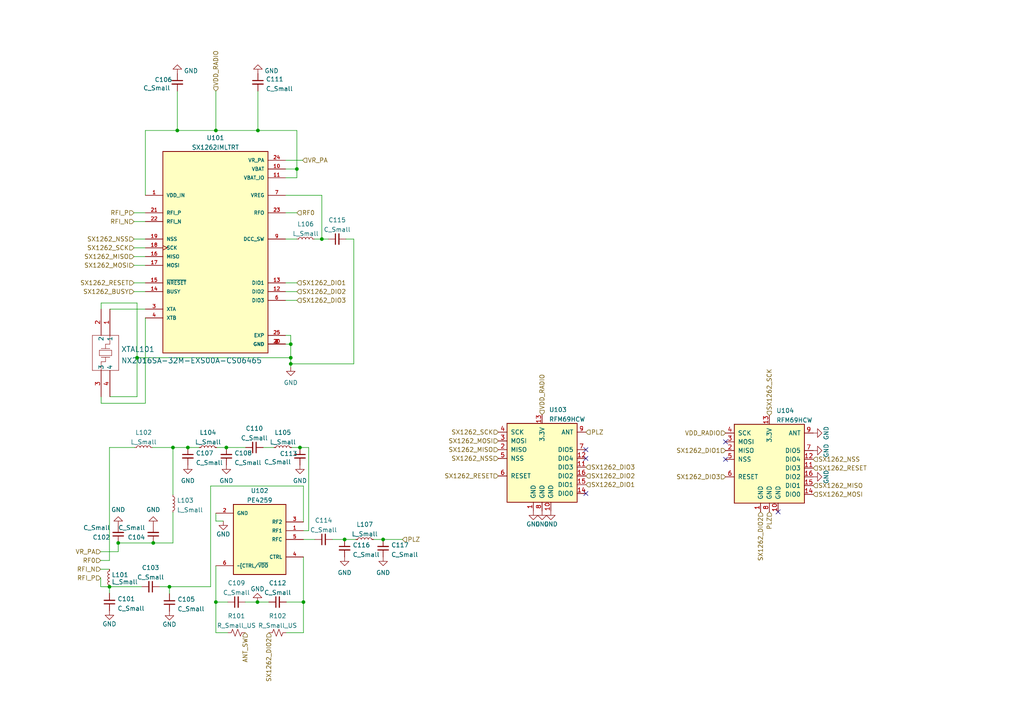
<source format=kicad_sch>
(kicad_sch (version 20211123) (generator eeschema)
  (paper "A4")
  (lib_symbols
    (symbol "Device:C_Small" (pin_numbers hide) (pin_names (offset 0.254) hide)
      (property "Reference" "C" (at 0.254 1.778 0))
      (property "Value" "C_Small" (at 0.254 -2.032 0))
      (symbol "C_Small_0_1"
        (polyline (pts (xy -1.524 -0.508) (xy 1.524 -0.508)) (stroke (width 0.3302)))
        (polyline (pts (xy -1.524 0.508) (xy 1.524 0.508)) (stroke (width 0.3048)))
      )
      (symbol "C_Small_1_1"
        (pin passive line (at 0 2.54 270) (length 2.032) (name "~") (number "1"))
        (pin passive line (at 0 -2.54 90) (length 2.032) (name "~") (number "2"))
      )
    )
    (symbol "Device:L_Small" (pin_numbers hide) (pin_names (offset 0.254) hide)
      (property "Reference" "L" (at 0.762 1.016 0))
      (property "Value" "L_Small" (at 0.762 -1.016 0))
      (symbol "L_Small_0_1"
        (arc (start 0 -2.032) (mid 0.508 -1.524) (end 0 -1.016))
        (arc (start 0 -1.016) (mid 0.508 -0.508) (end 0 0))
        (arc (start 0 0) (mid 0.508 0.508) (end 0 1.016))
        (arc (start 0 1.016) (mid 0.508 1.524) (end 0 2.032))
      )
      (symbol "L_Small_1_1"
        (pin passive line (at 0 2.54 270) (length 0.508) (name "~") (number "1"))
        (pin passive line (at 0 -2.54 90) (length 0.508) (name "~") (number "2"))
      )
    )
    (symbol "Device:R_Small_US" (pin_numbers hide) (pin_names (offset 0.254) hide)
      (property "Reference" "R" (at 0.762 0.508 0))
      (property "Value" "R_Small_US" (at 0.762 -1.016 0))
      (symbol "R_Small_US_1_1"
        (polyline (pts (xy 0 0) (xy 1.016 -0.381) (xy 0 -0.762) (xy -1.016 -1.143) (xy 0 -1.524)))
        (polyline (pts (xy 0 1.524) (xy 1.016 1.143) (xy 0 0.762) (xy -1.016 0.381) (xy 0 0)))
        (pin passive line (at 0 2.54 270) (length 1.016) (name "~") (number "1"))
        (pin passive line (at 0 -2.54 90) (length 1.016) (name "~") (number "2"))
      )
    )
    (symbol "EXS00A-CS06465:NX2016SA-32M-EXS00A-CS06465" (pin_names (offset 0.254))
      (property "Reference" "XTAL" (at 12.7 7.62 0))
      (property "Value" "NX2016SA-32M-EXS00A-CS06465" (at 12.7 5.08 0))
      (symbol "NX2016SA-32M-EXS00A-CS06465_0_1"
        (polyline (pts (xy 7.62 -5.08) (xy 17.78 -5.08)) (stroke (width 0.127)))
        (polyline (pts (xy 7.62 2.54) (xy 7.62 -5.08)) (stroke (width 0.127)))
        (polyline (pts (xy 10.16 -1.27) (xy 10.16 0)) (stroke (width 0.127)))
        (polyline (pts (xy 10.16 0) (xy 7.62 0)) (stroke (width 0.127)))
        (polyline (pts (xy 11.43 -1.27) (xy 10.16 -1.27)) (stroke (width 0.127)))
        (polyline (pts (xy 11.43 0) (xy 11.43 -2.54)) (stroke (width 0.127)))
        (polyline (pts (xy 11.938 -3.048) (xy 13.462 -3.048)) (stroke (width 0.127)))
        (polyline (pts (xy 11.938 0.508) (xy 11.938 -3.048)) (stroke (width 0.127)))
        (polyline (pts (xy 13.462 -3.048) (xy 13.462 0.508)) (stroke (width 0.127)))
        (polyline (pts (xy 13.462 0.508) (xy 11.938 0.508)) (stroke (width 0.127)))
        (polyline (pts (xy 13.97 -1.27) (xy 15.24 -1.27)) (stroke (width 0.127)))
        (polyline (pts (xy 13.97 0) (xy 13.97 -2.54)) (stroke (width 0.127)))
        (polyline (pts (xy 15.24 -2.54) (xy 17.78 -2.54)) (stroke (width 0.127)))
        (polyline (pts (xy 15.24 -1.27) (xy 15.24 -2.54)) (stroke (width 0.127)))
        (polyline (pts (xy 17.78 -5.08) (xy 17.78 2.54)) (stroke (width 0.127)))
        (polyline (pts (xy 17.78 2.54) (xy 7.62 2.54)) (stroke (width 0.127)))
        (pin unspecified line (at 0 0 0) (length 7.62) (name "1") (number "1"))
        (pin unspecified line (at 0 -2.54 0) (length 7.62) (name "2") (number "2"))
        (pin unspecified line (at 25.4 -2.54 180) (length 7.62) (name "3") (number "3"))
        (pin unspecified line (at 25.4 0 180) (length 7.62) (name "4") (number "4"))
      )
    )
    (symbol "PE4259:PE4259" (pin_names (offset 1.016))
      (property "Reference" "U" (at -7.6219 10.1625 0))
      (property "Value" "PE4259" (at -7.6217 -12.7029 0))
      (symbol "PE4259_0_0"
        (rectangle (start -7.62 -10.16) (end 7.62 10.16) (stroke (width 0.254)) (fill (type background)))
        (pin passive line (at -12.7 -2.54 0) (length 5.08) (name "RF1") (number "1"))
        (pin power_in line (at 12.7 -7.62 180) (length 5.08) (name "GND") (number "2"))
        (pin passive line (at -12.7 -5.08 0) (length 5.08) (name "RF2") (number "3"))
        (pin input line (at -12.7 5.08 0) (length 5.08) (name "CTRL") (number "4"))
        (pin passive line (at -12.7 0 0) (length 5.08) (name "RFC") (number "5"))
        (pin power_in line (at 12.7 7.62 180) (length 5.08) (name "~{CTRL/~{VDD}") (number "6"))
      )
    )
    (symbol "RF_Module:RFM69HCW" (pin_names (offset 1.016))
      (property "Reference" "U" (at -10.414 11.684 0))
      (property "Value" "RFM69HCW" (at 1.524 11.43 0))
      (symbol "RFM69HCW_0_1"
        (rectangle (start -10.16 10.16) (end 10.16 -12.7) (stroke (width 0.254)) (fill (type background)))
      )
      (symbol "RFM69HCW_1_1"
        (pin power_in line (at -2.54 -15.24 90) (length 2.54) (name "GND") (number "1"))
        (pin power_in line (at 2.54 -15.24 90) (length 2.54) (name "GND") (number "10"))
        (pin bidirectional line (at 12.7 -2.54 180) (length 2.54) (name "DIO3") (number "11"))
        (pin bidirectional line (at 12.7 0 180) (length 2.54) (name "DIO4") (number "12"))
        (pin power_in line (at 0 12.7 270) (length 2.54) (name "3.3V") (number "13"))
        (pin bidirectional line (at 12.7 -10.16 180) (length 2.54) (name "DIO0") (number "14"))
        (pin bidirectional line (at 12.7 -7.62 180) (length 2.54) (name "DIO1") (number "15"))
        (pin bidirectional line (at 12.7 -5.08 180) (length 2.54) (name "DIO2") (number "16"))
        (pin output line (at -12.7 2.54 0) (length 2.54) (name "MISO") (number "2"))
        (pin input line (at -12.7 5.08 0) (length 2.54) (name "MOSI") (number "3"))
        (pin input line (at -12.7 7.62 0) (length 2.54) (name "SCK") (number "4"))
        (pin input line (at -12.7 0 0) (length 2.54) (name "NSS") (number "5"))
        (pin bidirectional line (at -12.7 -5.08 0) (length 2.54) (name "RESET") (number "6"))
        (pin bidirectional line (at 12.7 2.54 180) (length 2.54) (name "DIO5") (number "7"))
        (pin power_in line (at 0 -15.24 90) (length 2.54) (name "GND") (number "8"))
        (pin bidirectional line (at 12.7 7.62 180) (length 2.54) (name "ANT") (number "9"))
      )
    )
    (symbol "SX1262IMLTRT:SX1262IMLTRT" (pin_names (offset 1.016))
      (property "Reference" "U" (at -15.24 28.702 0))
      (property "Value" "SX1262IMLTRT" (at -15.24 -33.02 0))
      (symbol "SX1262IMLTRT_0_0"
        (rectangle (start -15.24 -30.48) (end 15.24 27.94) (stroke (width 0.254)) (fill (type background)))
        (pin input line (at -20.32 15.24 0) (length 5.08) (name "VDD_IN") (number "1"))
        (pin power_in line (at 20.32 22.86 180) (length 5.08) (name "VBAT") (number "10"))
        (pin power_in line (at 20.32 20.32 180) (length 5.08) (name "VBAT_IO") (number "11"))
        (pin bidirectional line (at 20.32 -12.7 180) (length 5.08) (name "DIO2") (number "12"))
        (pin bidirectional line (at 20.32 -10.16 180) (length 5.08) (name "DIO1") (number "13"))
        (pin bidirectional line (at -20.32 -12.7 0) (length 5.08) (name "BUSY") (number "14"))
        (pin bidirectional line (at -20.32 -10.16 0) (length 5.08) (name "~{NRESET}") (number "15"))
        (pin output line (at -20.32 -2.54 0) (length 5.08) (name "MISO") (number "16"))
        (pin input line (at -20.32 -5.08 0) (length 5.08) (name "MOSI") (number "17"))
        (pin input clock (at -20.32 0 0) (length 5.08) (name "SCK") (number "18"))
        (pin input line (at -20.32 2.54 0) (length 5.08) (name "NSS") (number "19"))
        (pin power_in line (at 20.32 -27.94 180) (length 5.08) (name "GND") (number "2"))
        (pin power_in line (at 20.32 -27.94 180) (length 5.08) (name "GND") (number "20"))
        (pin input line (at -20.32 10.16 0) (length 5.08) (name "RFI_P") (number "21"))
        (pin input line (at -20.32 7.62 0) (length 5.08) (name "RFI_N") (number "22"))
        (pin output line (at 20.32 10.16 180) (length 5.08) (name "RFO") (number "23"))
        (pin power_in line (at 20.32 25.4 180) (length 5.08) (name "VR_PA") (number "24"))
        (pin power_in line (at 20.32 -25.4 180) (length 5.08) (name "EXP") (number "25"))
        (pin bidirectional line (at -20.32 -17.78 0) (length 5.08) (name "XTA") (number "3"))
        (pin bidirectional line (at -20.32 -20.32 0) (length 5.08) (name "XTB") (number "4"))
        (pin power_in line (at 20.32 -27.94 180) (length 5.08) (name "GND") (number "5"))
        (pin bidirectional line (at 20.32 -15.24 180) (length 5.08) (name "DIO3") (number "6"))
        (pin output line (at 20.32 15.24 180) (length 5.08) (name "VREG") (number "7"))
        (pin power_in line (at 20.32 -27.94 180) (length 5.08) (name "GND") (number "8"))
        (pin output line (at 20.32 2.54 180) (length 5.08) (name "DCC_SW") (number "9"))
      )
    )
    (symbol "power:GND" (power) (pin_names (offset 0))
      (property "Value" "GND" (at 0 -3.81 0))
      (symbol "GND_0_1"
        (polyline (pts (xy 0 0) (xy 0 -1.27) (xy 1.27 -1.27) (xy 0 -2.54) (xy -1.27 -1.27) (xy 0 -1.27)))
      )
      (symbol "GND_1_1"
        (pin power_in line (at 0 0 270) (length 0) hide (name "GND") (number "1"))
      )
    )
  )
  (junction (at 62.611 174.625))
  (junction (at 49.149 170.18))
  (junction (at 99.949 156.464))
  (junction (at 88.011 174.625))
  (junction (at 86.106 49.022))
  (junction (at 54.483 129.794))
  (junction (at 111.125 156.464))
  (junction (at 93.345 69.342))
  (junction (at 51.435 37.846))
  (junction (at 34.29 157.48))
  (junction (at 62.611 37.846))
  (junction (at 31.75 170.18))
  (junction (at 74.803 37.846))
  (junction (at 44.45 157.48))
  (junction (at 39.751 103.759))
  (junction (at 86.995 129.794))
  (junction (at 74.676 174.625))
  (junction (at 65.659 129.794))
  (junction (at 84.328 105.537))
  (junction (at 50.165 129.794))
  (junction (at 84.328 103.759))
  (junction (at 84.328 99.822))
  (no_connect (at 169.926 132.969))
  (no_connect (at 169.926 130.429))
  (no_connect (at 210.439 128.143))
  (no_connect (at 169.926 143.129))
  (no_connect (at 225.679 148.463))
  (no_connect (at 210.439 133.223))
  (wire (pts (xy 38.862 76.962) (xy 42.164 76.962)))
  (wire (pts (xy 31.877 115.062) (xy 39.751 115.062)))
  (wire (pts (xy 29.21 165.1) (xy 31.75 165.1)))
  (wire (pts (xy 88.011 156.464) (xy 91.313 156.464)))
  (wire (pts (xy 82.804 46.482) (xy 87.757 46.482)))
  (wire (pts (xy 49.149 170.18) (xy 49.149 172.212)))
  (wire (pts (xy 82.804 51.562) (xy 86.106 51.562)))
  (wire (pts (xy 96.393 156.464) (xy 99.949 156.464)))
  (wire (pts (xy 62.611 174.625) (xy 62.611 183.515)))
  (wire (pts (xy 29.21 160.02) (xy 34.29 160.02)))
  (wire (pts (xy 100.33 69.342) (xy 102.616 69.342)))
  (wire (pts (xy 82.804 69.342) (xy 86.106 69.342)))
  (wire (pts (xy 62.611 164.084) (xy 62.611 174.625)))
  (wire (pts (xy 31.75 170.18) (xy 31.75 172.085)))
  (wire (pts (xy 50.165 157.48) (xy 50.165 148.59)))
  (wire (pts (xy 86.106 61.722) (xy 82.804 61.722)))
  (wire (pts (xy 62.611 148.844) (xy 62.611 151.13)))
  (wire (pts (xy 82.804 56.642) (xy 93.345 56.642)))
  (wire (pts (xy 86.106 87.122) (xy 82.804 87.122)))
  (wire (pts (xy 31.877 89.662) (xy 42.164 89.662)))
  (wire (pts (xy 74.676 174.625) (xy 77.978 174.625)))
  (wire (pts (xy 38.862 64.262) (xy 42.164 64.262)))
  (wire (pts (xy 88.011 161.544) (xy 88.011 174.625)))
  (wire (pts (xy 89.535 129.794) (xy 89.535 153.924)))
  (wire (pts (xy 93.345 56.642) (xy 93.345 69.342)))
  (wire (pts (xy 62.865 129.794) (xy 65.659 129.794)))
  (wire (pts (xy 50.165 129.794) (xy 54.483 129.794)))
  (wire (pts (xy 29.337 89.662) (xy 29.337 87.884)))
  (wire (pts (xy 61.087 140.97) (xy 88.011 140.97)))
  (wire (pts (xy 39.751 103.759) (xy 39.751 115.062)))
  (wire (pts (xy 88.011 153.924) (xy 89.535 153.924)))
  (wire (pts (xy 91.186 69.342) (xy 93.345 69.342)))
  (wire (pts (xy 82.804 97.282) (xy 84.328 97.282)))
  (wire (pts (xy 44.45 157.48) (xy 50.165 157.48)))
  (wire (pts (xy 102.616 69.342) (xy 102.616 105.537)))
  (wire (pts (xy 74.803 26.416) (xy 74.803 37.846)))
  (wire (pts (xy 88.011 174.625) (xy 88.011 183.515)))
  (wire (pts (xy 84.328 97.282) (xy 84.328 99.822)))
  (wire (pts (xy 29.21 162.56) (xy 31.75 162.56)))
  (wire (pts (xy 74.803 37.846) (xy 86.106 37.846)))
  (wire (pts (xy 76.327 129.794) (xy 79.502 129.794)))
  (wire (pts (xy 49.149 170.18) (xy 61.087 170.18)))
  (wire (pts (xy 84.328 105.537) (xy 102.616 105.537)))
  (wire (pts (xy 62.611 37.846) (xy 74.803 37.846)))
  (wire (pts (xy 46.228 170.18) (xy 49.149 170.18)))
  (wire (pts (xy 38.862 71.882) (xy 42.164 71.882)))
  (wire (pts (xy 44.196 129.794) (xy 50.165 129.794)))
  (wire (pts (xy 84.582 129.794) (xy 86.995 129.794)))
  (wire (pts (xy 62.611 151.13) (xy 64.77 151.13)))
  (wire (pts (xy 38.862 84.582) (xy 42.164 84.582)))
  (wire (pts (xy 65.659 129.794) (xy 71.247 129.794)))
  (wire (pts (xy 29.21 167.64) (xy 29.21 170.18)))
  (wire (pts (xy 93.345 69.342) (xy 95.25 69.342)))
  (wire (pts (xy 86.106 49.022) (xy 86.106 51.562)))
  (wire (pts (xy 29.337 87.884) (xy 39.751 87.884)))
  (wire (pts (xy 34.29 157.48) (xy 44.45 157.48)))
  (wire (pts (xy 86.106 37.846) (xy 86.106 49.022)))
  (wire (pts (xy 62.611 174.625) (xy 66.04 174.625)))
  (wire (pts (xy 31.75 129.794) (xy 39.116 129.794)))
  (wire (pts (xy 84.328 103.759) (xy 84.328 105.537)))
  (wire (pts (xy 29.21 170.18) (xy 31.75 170.18)))
  (wire (pts (xy 34.29 160.02) (xy 34.29 157.48)))
  (wire (pts (xy 42.1639 116.967) (xy 42.1639 92.202)))
  (wire (pts (xy 42.1639 92.202) (xy 42.164 92.202)))
  (wire (pts (xy 50.165 129.794) (xy 50.165 143.51)))
  (wire (pts (xy 82.804 49.022) (xy 86.106 49.022)))
  (wire (pts (xy 42.164 56.642) (xy 42.164 37.846)))
  (wire (pts (xy 54.483 129.794) (xy 57.785 129.794)))
  (wire (pts (xy 38.862 82.042) (xy 42.164 82.042)))
  (wire (pts (xy 62.611 26.416) (xy 62.611 37.846)))
  (wire (pts (xy 82.804 99.822) (xy 84.328 99.822)))
  (wire (pts (xy 84.328 99.822) (xy 84.328 103.759)))
  (wire (pts (xy 29.337 115.062) (xy 29.337 116.967)))
  (wire (pts (xy 61.087 170.18) (xy 61.087 140.97)))
  (wire (pts (xy 51.435 26.416) (xy 51.435 37.846)))
  (wire (pts (xy 83.058 174.625) (xy 88.011 174.625)))
  (wire (pts (xy 38.862 61.722) (xy 42.164 61.722)))
  (wire (pts (xy 31.75 162.56) (xy 31.75 129.794)))
  (wire (pts (xy 71.12 174.625) (xy 74.676 174.625)))
  (wire (pts (xy 62.611 183.515) (xy 66.04 183.515)))
  (wire (pts (xy 86.995 129.794) (xy 89.535 129.794)))
  (wire (pts (xy 111.125 156.464) (xy 116.713 156.464)))
  (wire (pts (xy 99.949 156.464) (xy 103.251 156.464)))
  (wire (pts (xy 84.328 105.537) (xy 84.328 106.426)))
  (wire (pts (xy 86.106 82.042) (xy 82.804 82.042)))
  (wire (pts (xy 86.106 84.582) (xy 82.804 84.582)))
  (wire (pts (xy 38.862 69.342) (xy 42.164 69.342)))
  (wire (pts (xy 51.435 37.846) (xy 62.611 37.846)))
  (wire (pts (xy 108.331 156.464) (xy 111.125 156.464)))
  (wire (pts (xy 31.75 170.18) (xy 41.148 170.18)))
  (wire (pts (xy 84.328 103.759) (xy 39.751 103.759)))
  (wire (pts (xy 38.862 74.422) (xy 42.164 74.422)))
  (wire (pts (xy 39.751 87.884) (xy 39.751 103.759)))
  (wire (pts (xy 88.011 140.97) (xy 88.011 151.384)))
  (wire (pts (xy 29.337 116.967) (xy 42.1639 116.967)))
  (wire (pts (xy 88.011 183.515) (xy 83.058 183.515)))
  (wire (pts (xy 42.164 37.846) (xy 51.435 37.846)))
  (hierarchical_label "RFI_P" (shape input) (at 29.21 167.64 180))
  (hierarchical_label "VR_PA" (shape input) (at 87.757 46.482 0))
  (hierarchical_label "VDD_RADIO" (shape input) (at 157.226 120.269 90))
  (hierarchical_label "SX1262_NSS" (shape input) (at 144.526 132.969 180))
  (hierarchical_label "SX1262_MISO" (shape input) (at 38.862 74.422 180))
  (hierarchical_label "SX1262_RESET" (shape input) (at 144.526 138.049 180))
  (hierarchical_label "VR_PA" (shape input) (at 29.21 160.02 180))
  (hierarchical_label "SX1262_MOSI" (shape input) (at 38.862 76.962 180))
  (hierarchical_label "SX1262_DIO2" (shape input) (at 77.978 183.515 270))
  (hierarchical_label "SX1262_DIO1" (shape input) (at 169.926 140.589 0))
  (hierarchical_label "SX1262_SCK" (shape input) (at 38.862 71.882 180))
  (hierarchical_label "PLZ" (shape input) (at 169.926 125.349 0))
  (hierarchical_label "SX1262_NSS" (shape input) (at 235.839 133.223 0))
  (hierarchical_label "SX1262_DIO2" (shape input) (at 220.599 148.463 270))
  (hierarchical_label "SX1262_DIO2" (shape input) (at 169.926 138.049 0))
  (hierarchical_label "PLZ" (shape input) (at 223.139 148.463 270))
  (hierarchical_label "SX1262_RESET" (shape input) (at 235.839 135.763 0))
  (hierarchical_label "SX1262_MOSI" (shape input) (at 235.839 143.383 0))
  (hierarchical_label "SX1262_RESET" (shape input) (at 38.862 82.042 180))
  (hierarchical_label "RFI_N" (shape input) (at 29.21 165.1 180))
  (hierarchical_label "SX1262_SCK" (shape input) (at 144.526 125.349 180))
  (hierarchical_label "ANT_SW" (shape input) (at 71.12 183.515 270))
  (hierarchical_label "SX1262_BUSY" (shape input) (at 38.862 84.582 180))
  (hierarchical_label "SX1262_MOSI" (shape input) (at 144.526 127.889 180))
  (hierarchical_label "VDD_RADIO" (shape input) (at 210.439 125.603 180))
  (hierarchical_label "PLZ" (shape input) (at 116.713 156.464 0))
  (hierarchical_label "SX1262_SCK" (shape input) (at 223.139 120.523 90))
  (hierarchical_label "RF0" (shape input) (at 86.106 61.722 0))
  (hierarchical_label "SX1262_MISO" (shape input) (at 144.526 130.429 180))
  (hierarchical_label "SX1262_MISO" (shape input) (at 235.839 140.843 0))
  (hierarchical_label "SX1262_DIO1" (shape input) (at 86.106 82.042 0))
  (hierarchical_label "SX1262_DIO3" (shape input) (at 169.926 135.509 0))
  (hierarchical_label "RFI_N" (shape input) (at 38.862 64.262 180))
  (hierarchical_label "SX1262_NSS" (shape input) (at 38.862 69.342 180))
  (hierarchical_label "VDD_RADIO" (shape input) (at 62.611 26.416 90))
  (hierarchical_label "RFI_P" (shape input) (at 38.862 61.722 180))
  (hierarchical_label "SX1262_DIO2" (shape input) (at 86.106 84.582 0))
  (hierarchical_label "SX1262_DIO3" (shape input) (at 210.439 138.303 180))
  (hierarchical_label "RF0" (shape input) (at 29.21 162.56 180))
  (hierarchical_label "SX1262_DIO3" (shape input) (at 86.106 87.122 0))
  (hierarchical_label "SX1262_DIO1" (shape input) (at 210.439 130.683 180))
  (symbol (lib_id "power:GND") (at 64.77 151.13 0) (unit 1)
    (property "Reference" "#PWR0106" (effects hide))
    (property "Value" "GND" (at 66.802 154.94 0) (effects (justify right)))
  )
  (symbol (lib_id "Device:C_Small") (at 54.483 132.334 0) (unit 1)
    (property "Reference" "C107" (at 56.8071 131.4318 0) (effects (justify left)))
    (property "Value" "C_Small" (at 56.8071 134.2069 0) (effects (justify left)))
    (property "Footprint" "Capacitor_SMD:C_0402_1005Metric" (effects hide))
  )
  (symbol (lib_id "power:GND") (at 49.149 177.292 0) (unit 1)
    (property "Reference" "#PWR0114" (effects hide))
    (property "Value" "GND" (at 51.181 181.102 0) (effects (justify right)))
  )
  (symbol (lib_id "power:GND") (at 99.949 161.544 0) (unit 1)
    (property "Reference" "#PWR0112" (effects hide))
    (property "Value" "GND" (at 99.949 166.1065 0))
  )
  (symbol (lib_id "Device:C_Small") (at 111.125 159.004 180) (unit 1)
    (property "Reference" "C117" (at 113.4491 158.0891 0) (effects (justify right)))
    (property "Value" "C_Small" (at 113.4491 160.8642 0) (effects (justify right)))
    (property "Footprint" "Capacitor_SMD:C_0402_1005Metric" (effects hide))
  )
  (symbol (lib_id "power:GND") (at 31.75 177.165 0) (unit 1)
    (property "Reference" "#PWR0101" (effects hide))
    (property "Value" "GND" (at 33.782 180.975 0) (effects (justify right)))
  )
  (symbol (lib_id "RF_Module:RFM69HCW") (at 157.226 132.969 0) (unit 1)
    (property "Reference" "U103" (at 159.2454 118.8425 0) (effects (justify left)))
    (property "Value" "RFM69HCW" (at 159.2454 121.6176 0) (effects (justify left)))
    (property "Footprint" "RF_Module:HOPERF_RFM9XW_SMD" (effects hide))
    (property "Datasheet" "https://www.hoperf.com/data/upload/portal/20181127/5bfcb8284d838.pdf" (effects hide))
  )
  (symbol (lib_id "Device:L_Small") (at 31.75 167.64 180) (unit 1)
    (property "Reference" "L101" (at 32.385 166.7315 0) (effects (justify right)))
    (property "Value" "L_Small" (at 32.385 168.783 0) (effects (justify right)))
    (property "Footprint" "Inductor_SMD:L_0402_1005Metric" (effects hide))
  )
  (symbol (lib_id "Device:R_Small_US") (at 68.58 183.515 90) (unit 1)
    (property "Reference" "R101" (at 68.58 178.6595 90))
    (property "Value" "R_Small_US" (at 68.58 181.4346 90))
    (property "Footprint" "Resistor_SMD:R_0402_1005Metric" (effects hide))
  )
  (symbol (lib_id "Device:R_Small_US") (at 80.518 183.515 90) (unit 1)
    (property "Reference" "R102" (at 80.518 178.6595 90))
    (property "Value" "R_Small_US" (at 80.518 181.4346 90))
    (property "Footprint" "Resistor_SMD:R_0402_1005Metric" (effects hide))
  )
  (symbol (lib_id "power:GND") (at 154.686 148.209 0) (unit 1)
    (property "Reference" "#PWR0115" (effects hide))
    (property "Value" "GND" (at 156.718 152.019 0) (effects (justify right)))
  )
  (symbol (lib_id "Device:L_Small") (at 82.042 129.794 90) (unit 1)
    (property "Reference" "L105" (at 82.042 125.4465 90))
    (property "Value" "L_Small" (at 82.042 128.2216 90))
    (property "Footprint" "Inductor_SMD:L_0402_1005Metric" (effects hide))
  )
  (symbol (lib_id "power:GND") (at 65.659 134.874 0) (unit 1)
    (property "Reference" "#PWR0107" (effects hide))
    (property "Value" "GND" (at 65.659 139.4365 0))
  )
  (symbol (lib_id "Device:C_Small") (at 68.58 174.625 90) (unit 1)
    (property "Reference" "C109" (at 68.5863 169.0964 90))
    (property "Value" "C_Small" (at 68.5863 171.8715 90))
    (property "Footprint" "Capacitor_SMD:C_0402_1005Metric" (effects hide))
  )
  (symbol (lib_id "Device:C_Small") (at 93.853 156.464 90) (unit 1)
    (property "Reference" "C114" (at 93.8593 150.9354 90))
    (property "Value" "C_Small" (at 93.8593 153.7105 90))
    (property "Footprint" "Capacitor_SMD:C_0402_1005Metric" (effects hide))
  )
  (symbol (lib_id "Device:L_Small") (at 60.325 129.794 90) (unit 1)
    (property "Reference" "L104" (at 60.325 125.4465 90))
    (property "Value" "L_Small" (at 60.325 128.2216 90))
    (property "Footprint" "Inductor_SMD:L_0402_1005Metric" (effects hide))
  )
  (symbol (lib_id "power:GND") (at 235.839 138.303 90) (unit 1)
    (property "Reference" "#PWR?" (effects hide))
    (property "Value" "GND" (at 239.649 136.271 0) (effects (justify right)))
  )
  (symbol (lib_id "Device:C_Small") (at 86.995 132.334 0) (unit 1)
    (property "Reference" "C113" (at 81.153 131.572 0) (effects (justify left)))
    (property "Value" "C_Small" (at 76.581 133.985 0) (effects (justify left)))
    (property "Footprint" "Capacitor_SMD:C_0402_1005Metric" (effects hide))
  )
  (symbol (lib_id "Device:C_Small") (at 51.435 23.876 0) (unit 1)
    (property "Reference" "C106" (at 44.831 23.114 0) (effects (justify left)))
    (property "Value" "C_Small" (at 41.529 25.527 0) (effects (justify left)))
    (property "Footprint" "Capacitor_SMD:C_0402_1005Metric" (effects hide))
  )
  (symbol (lib_id "Device:C_Small") (at 49.149 174.752 180) (unit 1)
    (property "Reference" "C105" (at 51.4731 173.8371 0) (effects (justify right)))
    (property "Value" "C_Small" (at 51.4731 176.6122 0) (effects (justify right)))
    (property "Footprint" "Capacitor_SMD:C_0402_1005Metric" (effects hide))
  )
  (symbol (lib_id "power:GND") (at 157.226 148.209 0) (unit 1)
    (property "Reference" "#PWR0116" (effects hide))
    (property "Value" "GND" (at 159.258 152.019 0) (effects (justify right)))
  )
  (symbol (lib_id "Device:C_Small") (at 31.75 174.625 180) (unit 1)
    (property "Reference" "C101" (at 34.0741 173.7101 0) (effects (justify right)))
    (property "Value" "C_Small" (at 34.0741 176.4852 0) (effects (justify right)))
    (property "Footprint" "Capacitor_SMD:C_0402_1005Metric" (effects hide))
  )
  (symbol (lib_id "Device:L_Small") (at 105.791 156.464 90) (unit 1)
    (property "Reference" "L107" (at 105.791 152.1165 90))
    (property "Value" "L_Small" (at 105.791 154.8916 90))
    (property "Footprint" "Inductor_SMD:L_0402_1005Metric" (effects hide))
  )
  (symbol (lib_id "RF_Module:RFM69HCW") (at 223.139 133.223 0) (unit 1)
    (property "Reference" "U104" (at 225.1584 119.0965 0) (effects (justify left)))
    (property "Value" "RFM69HCW" (at 225.1584 121.8716 0) (effects (justify left)))
    (property "Footprint" "RF_Module:HOPERF_RFM9XW_SMD" (effects hide))
    (property "Datasheet" "https://www.hoperf.com/data/upload/portal/20181127/5bfcb8284d838.pdf" (effects hide))
  )
  (symbol (lib_id "Device:C_Small") (at 80.518 174.625 90) (unit 1)
    (property "Reference" "C112" (at 80.5243 169.0964 90))
    (property "Value" "C_Small" (at 80.5243 171.8715 90))
    (property "Footprint" "Capacitor_SMD:C_0402_1005Metric" (effects hide))
  )
  (symbol (lib_id "power:GND") (at 235.839 130.683 90) (unit 1)
    (property "Reference" "#PWR?" (effects hide))
    (property "Value" "GND" (at 239.649 128.651 0) (effects (justify right)))
  )
  (symbol (lib_id "Device:C_Small") (at 99.949 159.004 0) (unit 1)
    (property "Reference" "C116" (at 102.2731 158.1018 0) (effects (justify left)))
    (property "Value" "C_Small" (at 102.2731 160.8769 0) (effects (justify left)))
    (property "Footprint" "Capacitor_SMD:C_0402_1005Metric" (effects hide))
  )
  (symbol (lib_id "Device:C_Small") (at 44.45 154.94 180) (unit 1)
    (property "Reference" "C104" (at 42.1259 155.8422 0) (effects (justify left)))
    (property "Value" "C_Small" (at 42.1259 153.0671 0) (effects (justify left)))
    (property "Footprint" "Capacitor_SMD:C_0402_1005Metric" (effects hide))
  )
  (symbol (lib_id "power:GND") (at 159.766 148.209 0) (unit 1)
    (property "Reference" "#PWR0117" (effects hide))
    (property "Value" "GND" (at 161.798 152.019 0) (effects (justify right)))
  )
  (symbol (lib_id "Device:L_Small") (at 88.646 69.342 90) (unit 1)
    (property "Reference" "L106" (at 88.646 64.9945 90))
    (property "Value" "L_Small" (at 88.646 67.7696 90))
    (property "Footprint" "Inductor_SMD:L_0402_1005Metric" (effects hide))
  )
  (symbol (lib_id "power:GND") (at 235.839 125.603 90) (unit 1)
    (property "Reference" "#PWR?" (effects hide))
    (property "Value" "GND" (at 239.649 123.571 0) (effects (justify right)))
  )
  (symbol (lib_id "power:GND") (at 84.328 106.426 0) (unit 1)
    (property "Reference" "#PWR0110" (effects hide))
    (property "Value" "GND" (at 84.328 110.9885 0))
  )
  (symbol (lib_id "Device:C_Small") (at 73.787 129.794 270) (unit 1)
    (property "Reference" "C110" (at 73.7806 124.2654 90))
    (property "Value" "C_Small" (at 73.7806 127.0405 90))
    (property "Footprint" "Capacitor_SMD:C_0402_1005Metric" (effects hide))
  )
  (symbol (lib_id "power:GND") (at 74.803 21.336 180) (unit 1)
    (property "Reference" "#PWR0109" (effects hide))
    (property "Value" "GND" (at 76.708 20.545 0) (effects (justify right)))
  )
  (symbol (lib_id "PE4259:PE4259") (at 75.311 156.464 180) (unit 1)
    (property "Reference" "U102" (at 75.311 142.3375 0))
    (property "Value" "PE4259" (at 75.311 145.1126 0))
    (property "Footprint" "SOT65P215X110-6N:SOT65P215X110-6N" (effects hide))
    (property "MANUFACTURER" "Peregrine Semiconductor" (effects hide))
  )
  (symbol (lib_id "Device:C_Small") (at 43.688 170.18 270) (unit 1)
    (property "Reference" "C103" (at 43.6816 164.6514 90))
    (property "Value" "C_Small" (at 43.6816 167.4265 90))
    (property "Footprint" "Capacitor_SMD:C_0402_1005Metric" (effects hide))
  )
  (symbol (lib_id "Device:C_Small") (at 34.29 154.94 180) (unit 1)
    (property "Reference" "C102" (at 31.9659 155.8422 0) (effects (justify left)))
    (property "Value" "C_Small" (at 31.9659 153.0671 0) (effects (justify left)))
    (property "Footprint" "Capacitor_SMD:C_0402_1005Metric" (effects hide))
  )
  (symbol (lib_id "EXS00A-CS06465:NX2016SA-32M-EXS00A-CS06465") (at 31.877 89.662 270) (unit 1)
    (property "Reference" "XTAL101" (at 35.1155 101.2973 90) (effects (font (size 1.524 1.524)) (justify left)))
    (property "Value" "NX2016SA-32M-EXS00A-CS06465" (at 35.1155 104.5763 90) (effects (font (size 1.524 1.524)) (justify left)))
    (property "Footprint" "EXS00A-CS06465:NX2016SA_NDK-L" (effects hide))
    (property "Datasheet" "NX2016SA-32M-EXS00A-CS06465" (effects hide))
  )
  (symbol (lib_id "power:GND") (at 51.435 21.336 180) (unit 1)
    (property "Reference" "#PWR0104" (effects hide))
    (property "Value" "GND" (at 53.34 20.545 0) (effects (justify right)))
  )
  (symbol (lib_id "Device:L_Small") (at 41.656 129.794 90) (unit 1)
    (property "Reference" "L102" (at 41.656 125.4465 90))
    (property "Value" "L_Small" (at 41.656 128.2216 90))
    (property "Footprint" "Inductor_SMD:L_0402_1005Metric" (effects hide))
  )
  (symbol (lib_id "Device:C_Small") (at 65.659 132.334 180) (unit 1)
    (property "Reference" "C108" (at 67.9831 131.4191 0) (effects (justify right)))
    (property "Value" "C_Small" (at 67.9831 134.1942 0) (effects (justify right)))
    (property "Footprint" "Capacitor_SMD:C_0402_1005Metric" (effects hide))
  )
  (symbol (lib_id "power:GND") (at 34.29 152.4 180) (unit 1)
    (property "Reference" "#PWR0102" (effects hide))
    (property "Value" "GND" (at 34.29 147.8375 0))
  )
  (symbol (lib_id "power:GND") (at 44.45 152.4 180) (unit 1)
    (property "Reference" "#PWR0103" (effects hide))
    (property "Value" "GND" (at 44.45 147.8375 0))
  )
  (symbol (lib_id "Device:C_Small") (at 74.803 23.876 0) (unit 1)
    (property "Reference" "C111" (at 77.1271 22.9738 0) (effects (justify left)))
    (property "Value" "C_Small" (at 77.1271 25.7489 0) (effects (justify left)))
    (property "Footprint" "Capacitor_SMD:C_0402_1005Metric" (effects hide))
  )
  (symbol (lib_id "power:GND") (at 111.125 161.544 0) (unit 1)
    (property "Reference" "#PWR0113" (effects hide))
    (property "Value" "GND" (at 111.125 166.1065 0))
  )
  (symbol (lib_id "Device:L_Small") (at 50.165 146.05 0) (unit 1)
    (property "Reference" "L103" (at 51.308 145.1415 0) (effects (justify left)))
    (property "Value" "L_Small" (at 51.308 147.9166 0) (effects (justify left)))
    (property "Footprint" "Inductor_SMD:L_0402_1005Metric" (effects hide))
  )
  (symbol (lib_id "Device:C_Small") (at 97.79 69.342 90) (unit 1)
    (property "Reference" "C115" (at 97.7963 63.8134 90))
    (property "Value" "C_Small" (at 97.7963 66.5885 90))
    (property "Footprint" "Capacitor_SMD:C_0402_1005Metric" (effects hide))
  )
  (symbol (lib_id "power:GND") (at 86.995 134.874 0) (unit 1)
    (property "Reference" "#PWR0111" (effects hide))
    (property "Value" "GND" (at 86.995 139.4365 0))
  )
  (symbol (lib_id "power:GND") (at 74.676 174.625 180) (unit 1)
    (property "Reference" "#PWR0108" (effects hide))
    (property "Value" "GND" (at 72.644 170.815 0) (effects (justify right)))
  )
  (symbol (lib_id "power:GND") (at 54.483 134.874 0) (unit 1)
    (property "Reference" "#PWR0105" (effects hide))
    (property "Value" "GND" (at 54.483 139.4365 0))
  )
  (symbol (lib_id "SX1262IMLTRT:SX1262IMLTRT") (at 62.484 71.882 0) (unit 1)
    (property "Reference" "U101" (at 62.484 39.9755 0))
    (property "Value" "SX1262IMLTRT" (at 62.484 42.7506 0))
    (property "Footprint" "QFN50P400X400X100-25N" (effects hide))
    (property "STANDARD" "IPC-7351B" (effects hide))
    (property "PARTREV" "1.1" (effects hide))
    (property "MANUFACTURER" "Semtech" (effects hide))
  )
)
</source>
